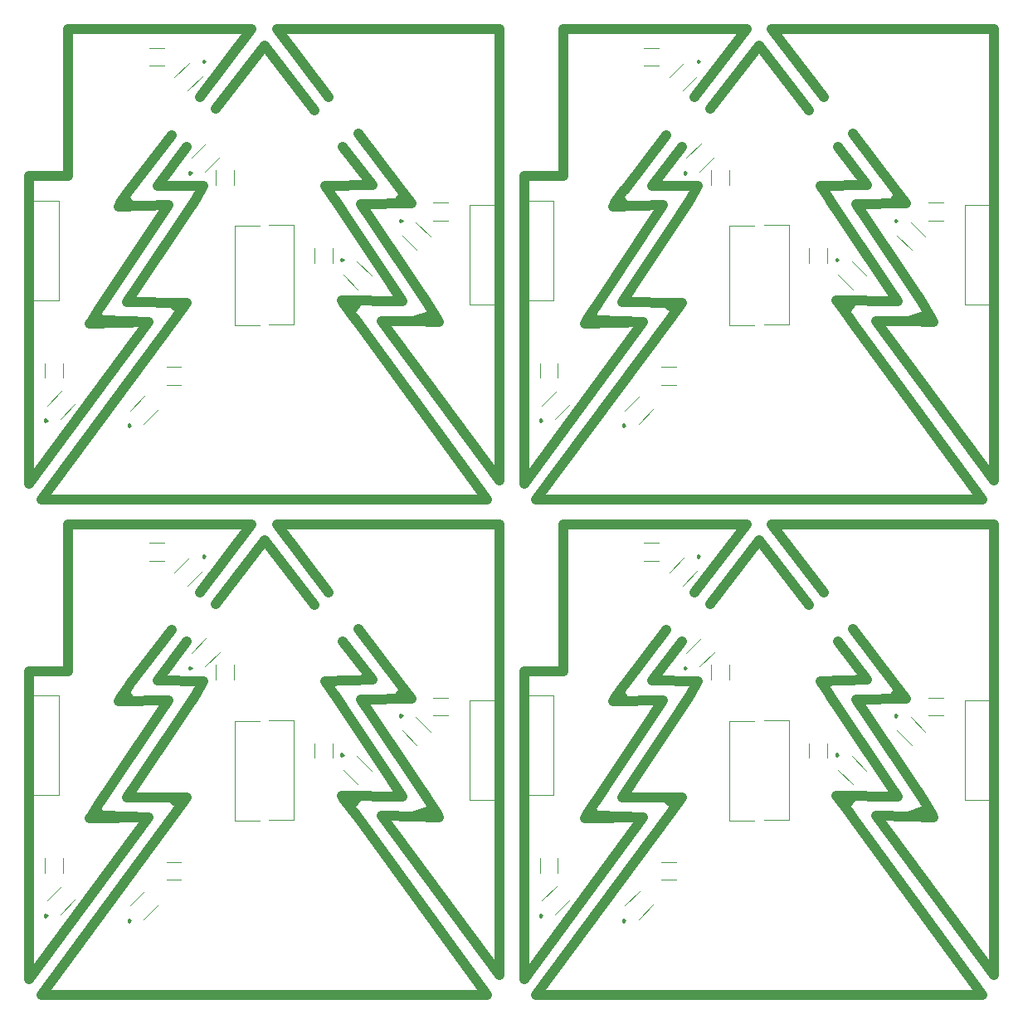
<source format=gbo>
%FSTAX23Y23*%
%MOIN*%
%SFA1B1*%

%IPPOS*%
%ADD19C,0.000000*%
%ADD25C,0.009840*%
%ADD26C,0.039370*%
%LNpcb_panel_v3-1*%
%LPD*%
G54D19*
X0146Y01307D02*
X01518Y01366D01*
X01406Y01362D02*
X01464Y0142D01*
X01551Y01537D02*
X0161D01*
X01551Y01464D02*
X0161D01*
X01Y02299D02*
X01157D01*
X02624Y02196D02*
X02683D01*
X02316Y01961D02*
X02375Y01903D01*
X02262Y01907D02*
X0232Y01849D01*
X01652Y02375D02*
X0171Y02434D01*
X01706Y02321D02*
X01765Y0238D01*
X01963Y01707D02*
X02063D01*
Y02107*
X01963D02*
X02063D01*
X01825Y01703D02*
X01925D01*
X01825D02*
Y02103D01*
X01925*
X02218Y01954D02*
Y02013D01*
X02145Y01954D02*
Y02013D01*
X0175Y02269D02*
Y02328D01*
X01822Y02269D02*
Y02328D01*
X01071Y01382D02*
X0113Y0144D01*
X01126Y01327D02*
X01184Y01386D01*
X01637Y02646D02*
X01696Y02704D01*
X01583Y027D02*
X01641Y02759D01*
X02553Y02119D02*
X02611Y0206D01*
X02498Y02065D02*
X02557Y02006D01*
X01019Y02205D02*
X01119D01*
Y01805D02*
Y02205D01*
X01019Y01805D02*
X01119D01*
X0277Y02185D02*
X0287D01*
X0277Y01785D02*
Y02185D01*
Y01785D02*
X0287D01*
X01135Y01493D02*
Y01552D01*
X01062Y01493D02*
Y01552D01*
X01482Y02818D02*
X01541D01*
X01482Y02746D02*
X01541D01*
X02624Y02124D02*
X02683D01*
X01046Y01006D02*
X0284Y01D01*
X02889Y02889D02*
X0289Y01074D01*
X02003Y02889D02*
X02889D01*
X01157Y02299D02*
Y02889D01*
X03448Y01307D02*
X03507Y01366D01*
X03394Y01362D02*
X03452Y0142D01*
X03539Y01537D02*
X03598D01*
X03539Y01464D02*
X03598D01*
X02988Y02299D02*
X03145D01*
X04612Y02196D02*
X04671D01*
X04305Y01961D02*
X04363Y01903D01*
X0425Y01907D02*
X04309Y01849D01*
X0364Y02375D02*
X03698Y02434D01*
X03694Y02321D02*
X03753Y0238D01*
X03952Y01707D02*
X04052D01*
Y02107*
X03952D02*
X04052D01*
X03814Y01703D02*
X03914D01*
X03814D02*
Y02103D01*
X03914*
X04206Y01954D02*
Y02013D01*
X04133Y01954D02*
Y02013D01*
X03738Y02269D02*
Y02328D01*
X03811Y02269D02*
Y02328D01*
X0306Y01382D02*
X03118Y0144D01*
X03114Y01327D02*
X03172Y01386D01*
X03625Y02646D02*
X03684Y02704D01*
X03571Y027D02*
X0363Y02759D01*
X04541Y02119D02*
X04599Y0206D01*
X04486Y02065D02*
X04545Y02006D01*
X03007Y02205D02*
X03107D01*
Y01805D02*
Y02205D01*
X03007Y01805D02*
X03107D01*
X04758Y02185D02*
X04858D01*
X04758Y01785D02*
Y02185D01*
Y01785D02*
X04858D01*
X03124Y01493D02*
Y01552D01*
X03051Y01493D02*
Y01552D01*
X0347Y02818D02*
X03529D01*
X0347Y02746D02*
X03529D01*
X04612Y02124D02*
X04671D01*
X03034Y01006D02*
X04828Y01D01*
X04877Y02889D02*
X04878Y01074D01*
X03992Y02889D02*
X04877D01*
X03145Y02299D02*
Y02889D01*
X0146Y03295D02*
X01518Y03354D01*
X01406Y0335D02*
X01464Y03408D01*
X01551Y03525D02*
X0161D01*
X01551Y03452D02*
X0161D01*
X01Y04287D02*
X01157D01*
X02624Y04185D02*
X02683D01*
X02316Y0395D02*
X02375Y03891D01*
X02262Y03895D02*
X0232Y03837D01*
X01652Y04364D02*
X0171Y04422D01*
X01706Y04309D02*
X01765Y04368D01*
X01963Y03695D02*
X02063D01*
Y04095*
X01963D02*
X02063D01*
X01825Y03692D02*
X01925D01*
X01825D02*
Y04092D01*
X01925*
X02218Y03942D02*
Y04001D01*
X02145Y03942D02*
Y04001D01*
X0175Y04257D02*
Y04316D01*
X01822Y04257D02*
Y04316D01*
X01071Y0337D02*
X0113Y03428D01*
X01126Y03315D02*
X01184Y03374D01*
X01637Y04634D02*
X01696Y04693D01*
X01583Y04688D02*
X01641Y04747D01*
X02553Y04107D02*
X02611Y04049D01*
X02498Y04053D02*
X02557Y03994D01*
X01019Y04193D02*
X01119D01*
Y03793D02*
Y04193D01*
X01019Y03793D02*
X01119D01*
X0277Y04174D02*
X0287D01*
X0277Y03774D02*
Y04174D01*
Y03774D02*
X0287D01*
X01135Y03481D02*
Y0354D01*
X01062Y03481D02*
Y0354D01*
X01482Y04807D02*
X01541D01*
X01482Y04734D02*
X01541D01*
X02624Y04112D02*
X02683D01*
X01046Y02994D02*
X0284Y02988D01*
X02889Y04877D02*
X0289Y03063D01*
X02003Y04877D02*
X02889D01*
X01157Y04287D02*
Y04877D01*
X03448Y03295D02*
X03507Y03354D01*
X03394Y0335D02*
X03452Y03408D01*
X03539Y03525D02*
X03598D01*
X03539Y03452D02*
X03598D01*
X02988Y04287D02*
X03145D01*
X04612Y04185D02*
X04671D01*
X04305Y0395D02*
X04363Y03891D01*
X0425Y03895D02*
X04309Y03837D01*
X0364Y04364D02*
X03698Y04422D01*
X03694Y04309D02*
X03753Y04368D01*
X03952Y03695D02*
X04052D01*
Y04095*
X03952D02*
X04052D01*
X03814Y03692D02*
X03914D01*
X03814D02*
Y04092D01*
X03914*
X04206Y03942D02*
Y04001D01*
X04133Y03942D02*
Y04001D01*
X03738Y04257D02*
Y04316D01*
X03811Y04257D02*
Y04316D01*
X0306Y0337D02*
X03118Y03428D01*
X03114Y03315D02*
X03172Y03374D01*
X03625Y04634D02*
X03684Y04693D01*
X03571Y04688D02*
X0363Y04747D01*
X04541Y04107D02*
X04599Y04049D01*
X04486Y04053D02*
X04545Y03994D01*
X03007Y04193D02*
X03107D01*
Y03793D02*
Y04193D01*
X03007Y03793D02*
X03107D01*
X04758Y04174D02*
X04858D01*
X04758Y03774D02*
Y04174D01*
Y03774D02*
X04858D01*
X03124Y03481D02*
Y0354D01*
X03051Y03481D02*
Y0354D01*
X0347Y04807D02*
X03529D01*
X0347Y04734D02*
X03529D01*
X04612Y04112D02*
X04671D01*
X03034Y02994D02*
X04828Y02988D01*
X04877Y04877D02*
X04878Y03063D01*
X03992Y04877D02*
X04877D01*
X03145Y04287D02*
Y04877D01*
G54D25*
X01405Y01302D02*
X01398Y01306D01*
Y01297*
X01405Y01302*
X01071Y01322D02*
X01063Y01326D01*
Y01317*
X01071Y01322*
X01706Y02764D02*
X01699Y02768D01*
Y0276*
X01706Y02764*
X02498Y02124D02*
X0249Y02129D01*
Y0212*
X02498Y02124*
X01651Y02316D02*
X01644Y0232D01*
Y02311*
X01651Y02316*
X02261Y01967D02*
X02254Y01971D01*
Y01963*
X02261Y01967*
X03393Y01302D02*
X03386Y01306D01*
Y01297*
X03393Y01302*
X03059Y01322D02*
X03052Y01326D01*
Y01317*
X03059Y01322*
X03694Y02764D02*
X03687Y02768D01*
Y0276*
X03694Y02764*
X04486Y02124D02*
X04478Y02129D01*
Y0212*
X04486Y02124*
X03639Y02316D02*
X03632Y0232D01*
Y02311*
X03639Y02316*
X0425Y01967D02*
X04242Y01971D01*
Y01963*
X0425Y01967*
X01405Y0329D02*
X01398Y03294D01*
Y03286*
X01405Y0329*
X01071Y0331D02*
X01063Y03314D01*
Y03306*
X01071Y0331*
X01706Y04752D02*
X01699Y04757D01*
Y04748*
X01706Y04752*
X02498Y04113D02*
X0249Y04117D01*
Y04108*
X02498Y04113*
X01651Y04304D02*
X01644Y04308D01*
Y04299*
X01651Y04304*
X02261Y03955D02*
X02254Y03959D01*
Y03951*
X02261Y03955*
X03393Y0329D02*
X03386Y03294D01*
Y03286*
X03393Y0329*
X03059Y0331D02*
X03052Y03314D01*
Y03306*
X03059Y0331*
X03694Y04752D02*
X03687Y04757D01*
Y04748*
X03694Y04752*
X04486Y04113D02*
X04478Y04117D01*
Y04108*
X04486Y04113*
X03639Y04304D02*
X03632Y04308D01*
Y04299*
X03639Y04304*
X0425Y03955D02*
X04242Y03959D01*
Y03951*
X0425Y03955*
G54D26*
X01404Y02249D02*
X01571Y02468D01*
X01686Y0262D02*
X01893Y02893D01*
X01945Y02829D02*
X02146Y02569D01*
X01749Y02573D02*
X01945Y02829D01*
X01515Y02264D02*
X01634Y02422D01*
X02259Y02421D02*
X02378Y02268D01*
X02309Y01732D02*
X0284Y01003D01*
X02228Y02207D02*
X02499Y018D01*
X01393Y01796D02*
X01665Y02203D01*
X01049Y01003D02*
X0158Y01722D01*
X0219Y02263D02*
X02378Y02268D01*
X0219Y02263D02*
X02226Y0221D01*
X01515Y02264D02*
X01698Y02263D01*
X01665Y02203D02*
X01698Y02263D01*
X01393Y01796D02*
X01625Y01795D01*
X0158Y01722D02*
X01633Y01795D01*
X02267Y01787D02*
X02314Y01724D01*
X02255Y01803D02*
X02267Y01787D01*
X02255Y01803D02*
X02499Y018D01*
X01049Y01003D02*
X0284D01*
X02299Y01772D02*
X02318Y01795D01*
X01581Y01787D02*
X01606Y01767D01*
X01287Y01778D02*
X01558Y02186D01*
X01Y01066D02*
X01478Y01717D01*
X01Y01066D02*
Y02303D01*
X01157*
Y02893*
X01893*
X01996D02*
X02889D01*
Y01082D02*
Y02893D01*
X02415Y01721D02*
X02889Y01082D01*
X02415Y01721D02*
X02555Y0172D01*
X02334Y0219D02*
X02594Y01803D01*
X02322Y02472D02*
X02489Y02253D01*
X01996Y02893D02*
X02203Y0262D01*
X02334Y0219D02*
X02535Y02192D01*
X02489Y02253D02*
X02535Y02192D01*
X0249Y02207D02*
X02512Y02223D01*
X02594Y01803D02*
X02641Y01724D01*
X02543Y0172D02*
X02645Y01716D01*
X02543Y0172D02*
X02608Y01742D01*
X01366Y02196D02*
X01402Y02247D01*
X01358Y02181D02*
X01558Y02186D01*
X01389Y02208D02*
X01405Y02185D01*
X01251Y01724D02*
X01284Y01774D01*
X01244Y01712D02*
X01478Y01717D01*
X01299Y01723D02*
X01478Y01717D01*
X01275Y0174D02*
X01287Y0172D01*
X03392Y02249D02*
X03559Y02468D01*
X03674Y0262D02*
X03881Y02893D01*
X03933Y02829D02*
X04134Y02569D01*
X03737Y02573D02*
X03933Y02829D01*
X03503Y02264D02*
X03623Y02422D01*
X04248Y02421D02*
X04366Y02268D01*
X04297Y01732D02*
X04828Y01003D01*
X04216Y02207D02*
X04488Y018D01*
X03381Y01796D02*
X03653Y02203D01*
X03037Y01003D02*
X03568Y01722D01*
X04179Y02263D02*
X04366Y02268D01*
X04179Y02263D02*
X04215Y0221D01*
X03503Y02264D02*
X03687Y02263D01*
X03653Y02203D02*
X03687Y02263D01*
X03381Y01796D02*
X03614Y01795D01*
X03568Y01722D02*
X03622Y01795D01*
X04255Y01787D02*
X04303Y01724D01*
X04244Y01803D02*
X04255Y01787D01*
X04244Y01803D02*
X04488Y018D01*
X03037Y01003D02*
X04828D01*
X04287Y01772D02*
X04306Y01795D01*
X03569Y01787D02*
X03594Y01767D01*
X03275Y01778D02*
X03547Y02186D01*
X02988Y01066D02*
X03466Y01717D01*
X02988Y01066D02*
Y02303D01*
X03145*
Y02893*
X03881*
X03984D02*
X04877D01*
Y01082D02*
Y02893D01*
X04403Y01721D02*
X04877Y01082D01*
X04403Y01721D02*
X04543Y0172D01*
X04323Y0219D02*
X04582Y01803D01*
X0431Y02472D02*
X04477Y02253D01*
X03984Y02893D02*
X04191Y0262D01*
X04323Y0219D02*
X04523Y02192D01*
X04477Y02253D02*
X04523Y02192D01*
X04479Y02207D02*
X045Y02223D01*
X04582Y01803D02*
X04629Y01724D01*
X04531Y0172D02*
X04633Y01716D01*
X04531Y0172D02*
X04596Y01742D01*
X03354Y02196D02*
X0339Y02247D01*
X03346Y02181D02*
X03547Y02186D01*
X03377Y02208D02*
X03393Y02185D01*
X0324Y01724D02*
X03272Y01774D01*
X03232Y01712D02*
X03466Y01717D01*
X03288Y01723D02*
X03466Y01717D01*
X03263Y0174D02*
X03275Y0172D01*
X01404Y04237D02*
X01571Y04457D01*
X01686Y04608D02*
X01893Y04881D01*
X01945Y04817D02*
X02146Y04557D01*
X01749Y04561D02*
X01945Y04817D01*
X01515Y04253D02*
X01634Y0441D01*
X02259Y04409D02*
X02378Y04257D01*
X02309Y0372D02*
X0284Y02992D01*
X02228Y04195D02*
X02499Y03788D01*
X01393Y03784D02*
X01665Y04191D01*
X01049Y02992D02*
X0158Y0371D01*
X0219Y04251D02*
X02378Y04257D01*
X0219Y04251D02*
X02226Y04198D01*
X01515Y04253D02*
X01698Y04251D01*
X01665Y04191D02*
X01698Y04251D01*
X01393Y03784D02*
X01625Y03783D01*
X0158Y0371D02*
X01633Y03783D01*
X02267Y03775D02*
X02314Y03712D01*
X02255Y03791D02*
X02267Y03775D01*
X02255Y03791D02*
X02499Y03788D01*
X01049Y02992D02*
X0284D01*
X02299Y0376D02*
X02318Y03784D01*
X01581Y03775D02*
X01606Y03755D01*
X01287Y03767D02*
X01558Y04174D01*
X01Y03055D02*
X01478Y03705D01*
X01Y03055D02*
Y04291D01*
X01157*
Y04881*
X01893*
X01996D02*
X02889D01*
Y0307D02*
Y04881D01*
X02415Y03709D02*
X02889Y0307D01*
X02415Y03709D02*
X02555Y03708D01*
X02334Y04178D02*
X02594Y03791D01*
X02322Y04461D02*
X02489Y04241D01*
X01996Y04881D02*
X02203Y04608D01*
X02334Y04178D02*
X02535Y04181D01*
X02489Y04241D02*
X02535Y04181D01*
X0249Y04195D02*
X02512Y04211D01*
X02594Y03791D02*
X02641Y03712D01*
X02543Y03708D02*
X02645Y03704D01*
X02543Y03708D02*
X02608Y0373D01*
X01366Y04185D02*
X01402Y04235D01*
X01358Y04169D02*
X01558Y04174D01*
X01389Y04196D02*
X01405Y04173D01*
X01251Y03712D02*
X01284Y03762D01*
X01244Y037D02*
X01478Y03705D01*
X01299Y03711D02*
X01478Y03705D01*
X01275Y03728D02*
X01287Y03708D01*
X03392Y04237D02*
X03559Y04457D01*
X03674Y04608D02*
X03881Y04881D01*
X03933Y04817D02*
X04134Y04557D01*
X03737Y04561D02*
X03933Y04817D01*
X03503Y04253D02*
X03623Y0441D01*
X04248Y04409D02*
X04366Y04257D01*
X04297Y0372D02*
X04828Y02992D01*
X04216Y04195D02*
X04488Y03788D01*
X03381Y03784D02*
X03653Y04191D01*
X03037Y02992D02*
X03568Y0371D01*
X04179Y04251D02*
X04366Y04257D01*
X04179Y04251D02*
X04215Y04198D01*
X03503Y04253D02*
X03687Y04251D01*
X03653Y04191D02*
X03687Y04251D01*
X03381Y03784D02*
X03614Y03783D01*
X03568Y0371D02*
X03622Y03783D01*
X04255Y03775D02*
X04303Y03712D01*
X04244Y03791D02*
X04255Y03775D01*
X04244Y03791D02*
X04488Y03788D01*
X03037Y02992D02*
X04828D01*
X04287Y0376D02*
X04306Y03784D01*
X03569Y03775D02*
X03594Y03755D01*
X03275Y03767D02*
X03547Y04174D01*
X02988Y03055D02*
X03466Y03705D01*
X02988Y03055D02*
Y04291D01*
X03145*
Y04881*
X03881*
X03984D02*
X04877D01*
Y0307D02*
Y04881D01*
X04403Y03709D02*
X04877Y0307D01*
X04403Y03709D02*
X04543Y03708D01*
X04323Y04178D02*
X04582Y03791D01*
X0431Y04461D02*
X04477Y04241D01*
X03984Y04881D02*
X04191Y04608D01*
X04323Y04178D02*
X04523Y04181D01*
X04477Y04241D02*
X04523Y04181D01*
X04479Y04195D02*
X045Y04211D01*
X04582Y03791D02*
X04629Y03712D01*
X04531Y03708D02*
X04633Y03704D01*
X04531Y03708D02*
X04596Y0373D01*
X03354Y04185D02*
X0339Y04235D01*
X03346Y04169D02*
X03547Y04174D01*
X03377Y04196D02*
X03393Y04173D01*
X0324Y03712D02*
X03272Y03762D01*
X03232Y037D02*
X03466Y03705D01*
X03288Y03711D02*
X03466Y03705D01*
X03263Y03728D02*
X03275Y03708D01*
M02*
</source>
